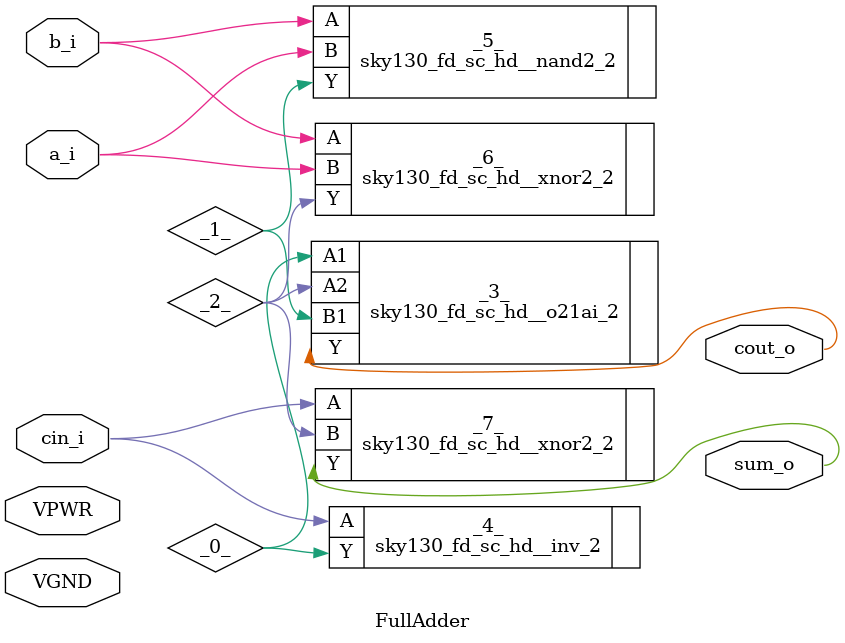
<source format=v>
module FullAdder (a_i,
    b_i,
    cin_i,
    cout_o,
    sum_o,
    VPWR,
    VGND);
 input a_i;
 input b_i;
 input cin_i;
 output cout_o;
 output sum_o;
 inout VPWR;
 inout VGND;

 wire _0_;
 wire _1_;
 wire _2_;

 sky130_fd_sc_hd__o21ai_2 _3_ (.A1(_0_),
    .A2(_2_),
    .B1(_1_),
    .Y(cout_o));
 sky130_fd_sc_hd__inv_2 _4_ (.A(cin_i),
    .Y(_0_));
 sky130_fd_sc_hd__nand2_2 _5_ (.A(b_i),
    .B(a_i),
    .Y(_1_));
 sky130_fd_sc_hd__xnor2_2 _6_ (.A(b_i),
    .B(a_i),
    .Y(_2_));
 sky130_fd_sc_hd__xnor2_2 _7_ (.A(cin_i),
    .B(_2_),
    .Y(sum_o));
 sky130_fd_sc_hd__decap_3 PHY_EDGE_ROW_0_Right_0 ();
 sky130_fd_sc_hd__decap_3 PHY_EDGE_ROW_1_Right_1 ();
 sky130_fd_sc_hd__decap_3 PHY_EDGE_ROW_2_Right_2 ();
 sky130_fd_sc_hd__decap_3 PHY_EDGE_ROW_3_Right_3 ();
 sky130_fd_sc_hd__decap_3 PHY_EDGE_ROW_4_Right_4 ();
 sky130_fd_sc_hd__decap_3 PHY_EDGE_ROW_5_Right_5 ();
 sky130_fd_sc_hd__decap_3 PHY_EDGE_ROW_6_Right_6 ();
 sky130_fd_sc_hd__decap_3 PHY_EDGE_ROW_7_Right_7 ();
 sky130_fd_sc_hd__decap_3 PHY_EDGE_ROW_8_Right_8 ();
 sky130_fd_sc_hd__decap_3 PHY_EDGE_ROW_9_Right_9 ();
 sky130_fd_sc_hd__decap_3 PHY_EDGE_ROW_10_Right_10 ();
 sky130_fd_sc_hd__decap_3 PHY_EDGE_ROW_11_Right_11 ();
 sky130_fd_sc_hd__decap_3 PHY_EDGE_ROW_12_Right_12 ();
 sky130_fd_sc_hd__decap_3 PHY_EDGE_ROW_13_Right_13 ();
 sky130_fd_sc_hd__decap_3 PHY_EDGE_ROW_14_Right_14 ();
 sky130_fd_sc_hd__decap_3 PHY_EDGE_ROW_15_Right_15 ();
 sky130_fd_sc_hd__decap_3 PHY_EDGE_ROW_16_Right_16 ();
 sky130_fd_sc_hd__decap_3 PHY_EDGE_ROW_17_Right_17 ();
 sky130_fd_sc_hd__decap_3 PHY_EDGE_ROW_18_Right_18 ();
 sky130_fd_sc_hd__decap_3 PHY_EDGE_ROW_19_Right_19 ();
 sky130_fd_sc_hd__decap_3 PHY_EDGE_ROW_20_Right_20 ();
 sky130_fd_sc_hd__decap_3 PHY_EDGE_ROW_21_Right_21 ();
 sky130_fd_sc_hd__decap_3 PHY_EDGE_ROW_22_Right_22 ();
 sky130_fd_sc_hd__decap_3 PHY_EDGE_ROW_23_Right_23 ();
 sky130_fd_sc_hd__decap_3 PHY_EDGE_ROW_24_Right_24 ();
 sky130_fd_sc_hd__decap_3 PHY_EDGE_ROW_25_Right_25 ();
 sky130_fd_sc_hd__decap_3 PHY_EDGE_ROW_26_Right_26 ();
 sky130_fd_sc_hd__decap_3 PHY_EDGE_ROW_27_Right_27 ();
 sky130_fd_sc_hd__decap_3 PHY_EDGE_ROW_0_Left_28 ();
 sky130_fd_sc_hd__decap_3 PHY_EDGE_ROW_1_Left_29 ();
 sky130_fd_sc_hd__decap_3 PHY_EDGE_ROW_2_Left_30 ();
 sky130_fd_sc_hd__decap_3 PHY_EDGE_ROW_3_Left_31 ();
 sky130_fd_sc_hd__decap_3 PHY_EDGE_ROW_4_Left_32 ();
 sky130_fd_sc_hd__decap_3 PHY_EDGE_ROW_5_Left_33 ();
 sky130_fd_sc_hd__decap_3 PHY_EDGE_ROW_6_Left_34 ();
 sky130_fd_sc_hd__decap_3 PHY_EDGE_ROW_7_Left_35 ();
 sky130_fd_sc_hd__decap_3 PHY_EDGE_ROW_8_Left_36 ();
 sky130_fd_sc_hd__decap_3 PHY_EDGE_ROW_9_Left_37 ();
 sky130_fd_sc_hd__decap_3 PHY_EDGE_ROW_10_Left_38 ();
 sky130_fd_sc_hd__decap_3 PHY_EDGE_ROW_11_Left_39 ();
 sky130_fd_sc_hd__decap_3 PHY_EDGE_ROW_12_Left_40 ();
 sky130_fd_sc_hd__decap_3 PHY_EDGE_ROW_13_Left_41 ();
 sky130_fd_sc_hd__decap_3 PHY_EDGE_ROW_14_Left_42 ();
 sky130_fd_sc_hd__decap_3 PHY_EDGE_ROW_15_Left_43 ();
 sky130_fd_sc_hd__decap_3 PHY_EDGE_ROW_16_Left_44 ();
 sky130_fd_sc_hd__decap_3 PHY_EDGE_ROW_17_Left_45 ();
 sky130_fd_sc_hd__decap_3 PHY_EDGE_ROW_18_Left_46 ();
 sky130_fd_sc_hd__decap_3 PHY_EDGE_ROW_19_Left_47 ();
 sky130_fd_sc_hd__decap_3 PHY_EDGE_ROW_20_Left_48 ();
 sky130_fd_sc_hd__decap_3 PHY_EDGE_ROW_21_Left_49 ();
 sky130_fd_sc_hd__decap_3 PHY_EDGE_ROW_22_Left_50 ();
 sky130_fd_sc_hd__decap_3 PHY_EDGE_ROW_23_Left_51 ();
 sky130_fd_sc_hd__decap_3 PHY_EDGE_ROW_24_Left_52 ();
 sky130_fd_sc_hd__decap_3 PHY_EDGE_ROW_25_Left_53 ();
 sky130_fd_sc_hd__decap_3 PHY_EDGE_ROW_26_Left_54 ();
 sky130_fd_sc_hd__decap_3 PHY_EDGE_ROW_27_Left_55 ();
 sky130_fd_sc_hd__tapvpwrvgnd_1 TAP_TAPCELL_ROW_0_56 ();
 sky130_fd_sc_hd__tapvpwrvgnd_1 TAP_TAPCELL_ROW_0_57 ();
 sky130_fd_sc_hd__tapvpwrvgnd_1 TAP_TAPCELL_ROW_0_58 ();
 sky130_fd_sc_hd__tapvpwrvgnd_1 TAP_TAPCELL_ROW_0_59 ();
 sky130_fd_sc_hd__tapvpwrvgnd_1 TAP_TAPCELL_ROW_0_60 ();
 sky130_fd_sc_hd__tapvpwrvgnd_1 TAP_TAPCELL_ROW_0_61 ();
 sky130_fd_sc_hd__tapvpwrvgnd_1 TAP_TAPCELL_ROW_1_62 ();
 sky130_fd_sc_hd__tapvpwrvgnd_1 TAP_TAPCELL_ROW_1_63 ();
 sky130_fd_sc_hd__tapvpwrvgnd_1 TAP_TAPCELL_ROW_1_64 ();
 sky130_fd_sc_hd__tapvpwrvgnd_1 TAP_TAPCELL_ROW_2_65 ();
 sky130_fd_sc_hd__tapvpwrvgnd_1 TAP_TAPCELL_ROW_2_66 ();
 sky130_fd_sc_hd__tapvpwrvgnd_1 TAP_TAPCELL_ROW_2_67 ();
 sky130_fd_sc_hd__tapvpwrvgnd_1 TAP_TAPCELL_ROW_3_68 ();
 sky130_fd_sc_hd__tapvpwrvgnd_1 TAP_TAPCELL_ROW_3_69 ();
 sky130_fd_sc_hd__tapvpwrvgnd_1 TAP_TAPCELL_ROW_3_70 ();
 sky130_fd_sc_hd__tapvpwrvgnd_1 TAP_TAPCELL_ROW_4_71 ();
 sky130_fd_sc_hd__tapvpwrvgnd_1 TAP_TAPCELL_ROW_4_72 ();
 sky130_fd_sc_hd__tapvpwrvgnd_1 TAP_TAPCELL_ROW_4_73 ();
 sky130_fd_sc_hd__tapvpwrvgnd_1 TAP_TAPCELL_ROW_5_74 ();
 sky130_fd_sc_hd__tapvpwrvgnd_1 TAP_TAPCELL_ROW_5_75 ();
 sky130_fd_sc_hd__tapvpwrvgnd_1 TAP_TAPCELL_ROW_5_76 ();
 sky130_fd_sc_hd__tapvpwrvgnd_1 TAP_TAPCELL_ROW_6_77 ();
 sky130_fd_sc_hd__tapvpwrvgnd_1 TAP_TAPCELL_ROW_6_78 ();
 sky130_fd_sc_hd__tapvpwrvgnd_1 TAP_TAPCELL_ROW_6_79 ();
 sky130_fd_sc_hd__tapvpwrvgnd_1 TAP_TAPCELL_ROW_7_80 ();
 sky130_fd_sc_hd__tapvpwrvgnd_1 TAP_TAPCELL_ROW_7_81 ();
 sky130_fd_sc_hd__tapvpwrvgnd_1 TAP_TAPCELL_ROW_7_82 ();
 sky130_fd_sc_hd__tapvpwrvgnd_1 TAP_TAPCELL_ROW_8_83 ();
 sky130_fd_sc_hd__tapvpwrvgnd_1 TAP_TAPCELL_ROW_8_84 ();
 sky130_fd_sc_hd__tapvpwrvgnd_1 TAP_TAPCELL_ROW_8_85 ();
 sky130_fd_sc_hd__tapvpwrvgnd_1 TAP_TAPCELL_ROW_9_86 ();
 sky130_fd_sc_hd__tapvpwrvgnd_1 TAP_TAPCELL_ROW_9_87 ();
 sky130_fd_sc_hd__tapvpwrvgnd_1 TAP_TAPCELL_ROW_9_88 ();
 sky130_fd_sc_hd__tapvpwrvgnd_1 TAP_TAPCELL_ROW_10_89 ();
 sky130_fd_sc_hd__tapvpwrvgnd_1 TAP_TAPCELL_ROW_10_90 ();
 sky130_fd_sc_hd__tapvpwrvgnd_1 TAP_TAPCELL_ROW_10_91 ();
 sky130_fd_sc_hd__tapvpwrvgnd_1 TAP_TAPCELL_ROW_11_92 ();
 sky130_fd_sc_hd__tapvpwrvgnd_1 TAP_TAPCELL_ROW_11_93 ();
 sky130_fd_sc_hd__tapvpwrvgnd_1 TAP_TAPCELL_ROW_11_94 ();
 sky130_fd_sc_hd__tapvpwrvgnd_1 TAP_TAPCELL_ROW_12_95 ();
 sky130_fd_sc_hd__tapvpwrvgnd_1 TAP_TAPCELL_ROW_12_96 ();
 sky130_fd_sc_hd__tapvpwrvgnd_1 TAP_TAPCELL_ROW_12_97 ();
 sky130_fd_sc_hd__tapvpwrvgnd_1 TAP_TAPCELL_ROW_13_98 ();
 sky130_fd_sc_hd__tapvpwrvgnd_1 TAP_TAPCELL_ROW_13_99 ();
 sky130_fd_sc_hd__tapvpwrvgnd_1 TAP_TAPCELL_ROW_13_100 ();
 sky130_fd_sc_hd__tapvpwrvgnd_1 TAP_TAPCELL_ROW_14_101 ();
 sky130_fd_sc_hd__tapvpwrvgnd_1 TAP_TAPCELL_ROW_14_102 ();
 sky130_fd_sc_hd__tapvpwrvgnd_1 TAP_TAPCELL_ROW_14_103 ();
 sky130_fd_sc_hd__tapvpwrvgnd_1 TAP_TAPCELL_ROW_15_104 ();
 sky130_fd_sc_hd__tapvpwrvgnd_1 TAP_TAPCELL_ROW_15_105 ();
 sky130_fd_sc_hd__tapvpwrvgnd_1 TAP_TAPCELL_ROW_15_106 ();
 sky130_fd_sc_hd__tapvpwrvgnd_1 TAP_TAPCELL_ROW_16_107 ();
 sky130_fd_sc_hd__tapvpwrvgnd_1 TAP_TAPCELL_ROW_16_108 ();
 sky130_fd_sc_hd__tapvpwrvgnd_1 TAP_TAPCELL_ROW_16_109 ();
 sky130_fd_sc_hd__tapvpwrvgnd_1 TAP_TAPCELL_ROW_17_110 ();
 sky130_fd_sc_hd__tapvpwrvgnd_1 TAP_TAPCELL_ROW_17_111 ();
 sky130_fd_sc_hd__tapvpwrvgnd_1 TAP_TAPCELL_ROW_17_112 ();
 sky130_fd_sc_hd__tapvpwrvgnd_1 TAP_TAPCELL_ROW_18_113 ();
 sky130_fd_sc_hd__tapvpwrvgnd_1 TAP_TAPCELL_ROW_18_114 ();
 sky130_fd_sc_hd__tapvpwrvgnd_1 TAP_TAPCELL_ROW_18_115 ();
 sky130_fd_sc_hd__tapvpwrvgnd_1 TAP_TAPCELL_ROW_19_116 ();
 sky130_fd_sc_hd__tapvpwrvgnd_1 TAP_TAPCELL_ROW_19_117 ();
 sky130_fd_sc_hd__tapvpwrvgnd_1 TAP_TAPCELL_ROW_19_118 ();
 sky130_fd_sc_hd__tapvpwrvgnd_1 TAP_TAPCELL_ROW_20_119 ();
 sky130_fd_sc_hd__tapvpwrvgnd_1 TAP_TAPCELL_ROW_20_120 ();
 sky130_fd_sc_hd__tapvpwrvgnd_1 TAP_TAPCELL_ROW_20_121 ();
 sky130_fd_sc_hd__tapvpwrvgnd_1 TAP_TAPCELL_ROW_21_122 ();
 sky130_fd_sc_hd__tapvpwrvgnd_1 TAP_TAPCELL_ROW_21_123 ();
 sky130_fd_sc_hd__tapvpwrvgnd_1 TAP_TAPCELL_ROW_21_124 ();
 sky130_fd_sc_hd__tapvpwrvgnd_1 TAP_TAPCELL_ROW_22_125 ();
 sky130_fd_sc_hd__tapvpwrvgnd_1 TAP_TAPCELL_ROW_22_126 ();
 sky130_fd_sc_hd__tapvpwrvgnd_1 TAP_TAPCELL_ROW_22_127 ();
 sky130_fd_sc_hd__tapvpwrvgnd_1 TAP_TAPCELL_ROW_23_128 ();
 sky130_fd_sc_hd__tapvpwrvgnd_1 TAP_TAPCELL_ROW_23_129 ();
 sky130_fd_sc_hd__tapvpwrvgnd_1 TAP_TAPCELL_ROW_23_130 ();
 sky130_fd_sc_hd__tapvpwrvgnd_1 TAP_TAPCELL_ROW_24_131 ();
 sky130_fd_sc_hd__tapvpwrvgnd_1 TAP_TAPCELL_ROW_24_132 ();
 sky130_fd_sc_hd__tapvpwrvgnd_1 TAP_TAPCELL_ROW_24_133 ();
 sky130_fd_sc_hd__tapvpwrvgnd_1 TAP_TAPCELL_ROW_25_134 ();
 sky130_fd_sc_hd__tapvpwrvgnd_1 TAP_TAPCELL_ROW_25_135 ();
 sky130_fd_sc_hd__tapvpwrvgnd_1 TAP_TAPCELL_ROW_25_136 ();
 sky130_fd_sc_hd__tapvpwrvgnd_1 TAP_TAPCELL_ROW_26_137 ();
 sky130_fd_sc_hd__tapvpwrvgnd_1 TAP_TAPCELL_ROW_26_138 ();
 sky130_fd_sc_hd__tapvpwrvgnd_1 TAP_TAPCELL_ROW_26_139 ();
 sky130_fd_sc_hd__tapvpwrvgnd_1 TAP_TAPCELL_ROW_27_140 ();
 sky130_fd_sc_hd__tapvpwrvgnd_1 TAP_TAPCELL_ROW_27_141 ();
 sky130_fd_sc_hd__tapvpwrvgnd_1 TAP_TAPCELL_ROW_27_142 ();
 sky130_fd_sc_hd__tapvpwrvgnd_1 TAP_TAPCELL_ROW_27_143 ();
 sky130_fd_sc_hd__tapvpwrvgnd_1 TAP_TAPCELL_ROW_27_144 ();
 sky130_fd_sc_hd__tapvpwrvgnd_1 TAP_TAPCELL_ROW_27_145 ();
endmodule

</source>
